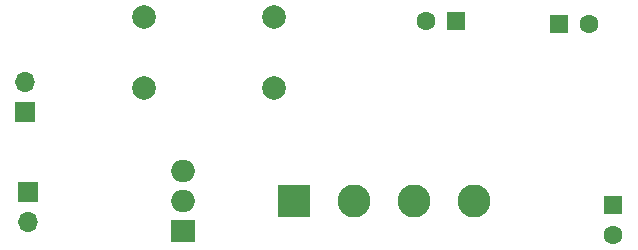
<source format=gbr>
%TF.GenerationSoftware,KiCad,Pcbnew,(5.1.9)-1*%
%TF.CreationDate,2021-03-20T21:52:51+03:00*%
%TF.ProjectId,Canl_Yay_n,43616e6c-3159-4617-9931-6e2e6b696361,rev?*%
%TF.SameCoordinates,Original*%
%TF.FileFunction,Soldermask,Top*%
%TF.FilePolarity,Negative*%
%FSLAX46Y46*%
G04 Gerber Fmt 4.6, Leading zero omitted, Abs format (unit mm)*
G04 Created by KiCad (PCBNEW (5.1.9)-1) date 2021-03-20 21:52:51*
%MOMM*%
%LPD*%
G01*
G04 APERTURE LIST*
%ADD10R,1.600000X1.600000*%
%ADD11C,1.600000*%
%ADD12C,2.800000*%
%ADD13R,2.800000X2.800000*%
%ADD14R,1.700000X1.700000*%
%ADD15O,1.700000X1.700000*%
%ADD16C,2.000000*%
%ADD17R,2.000000X1.905000*%
%ADD18O,2.000000X1.905000*%
G04 APERTURE END LIST*
D10*
%TO.C,C1*%
X78105000Y-41148000D03*
D11*
X78105000Y-43648000D03*
%TD*%
D10*
%TO.C,C2*%
X73533000Y-25781000D03*
D11*
X76033000Y-25781000D03*
%TD*%
%TO.C,C3*%
X62270000Y-25527000D03*
D10*
X64770000Y-25527000D03*
%TD*%
D12*
%TO.C,D1*%
X66294000Y-40767000D03*
X61214000Y-40767000D03*
X56134000Y-40767000D03*
D13*
X51054000Y-40767000D03*
%TD*%
D14*
%TO.C,J1*%
X28321000Y-33274000D03*
D15*
X28321000Y-30734000D03*
%TD*%
D14*
%TO.C,J2*%
X28575000Y-40005000D03*
D15*
X28575000Y-42545000D03*
%TD*%
D16*
%TO.C,T1*%
X38354000Y-31242000D03*
X49354000Y-31242000D03*
X38354000Y-25242000D03*
X49354000Y-25242000D03*
%TD*%
D17*
%TO.C,U1*%
X41656000Y-43307000D03*
D18*
X41656000Y-40767000D03*
X41656000Y-38227000D03*
%TD*%
M02*

</source>
